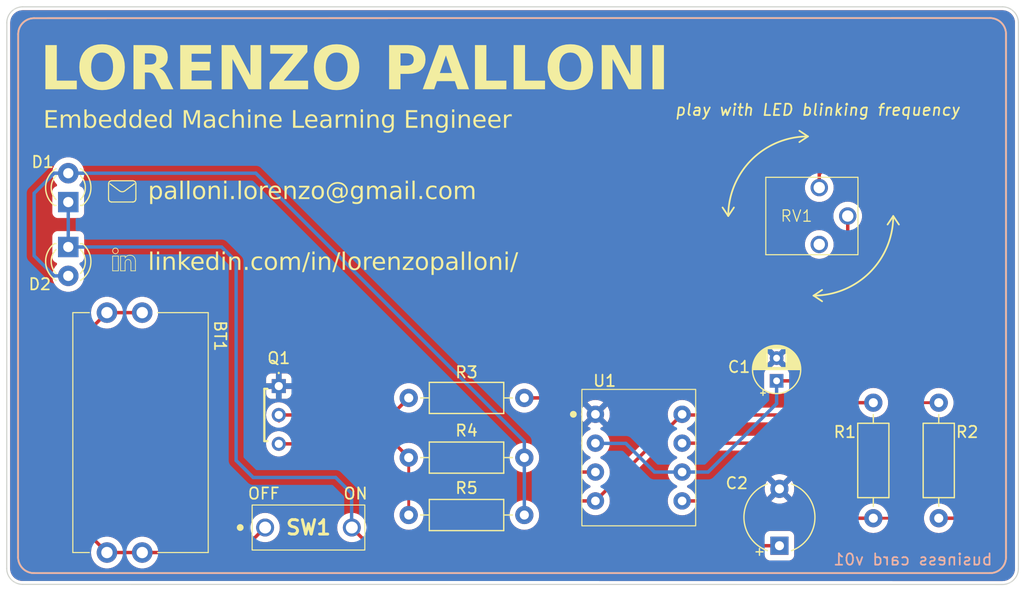
<source format=kicad_pcb>
(kicad_pcb (version 20240108) (generator "pcbnew") (generator_version "8.0")
  (title_block (title "Business Card") (date "2024-06-07") (rev "v01") (comment 2 "https://opensource.org/license/mit") (comment 3 "License: MIT") (comment 4 "Author: Lorenzo Palloni"))
  (layers (0 "F.Cu" signal) (31 "B.Cu" signal) (34 "B.Paste" user) (35 "F.Paste" user) (36 "B.SilkS" user "B.Silkscreen") (37 "F.SilkS" user "F.Silkscreen") (38 "B.Mask" user) (39 "F.Mask" user) (44 "Edge.Cuts" user))
  (net 0 "")
  (net 1 "/THRES{slash}TRIG")
  (net 2 "GND")
  (net 3 "/CONT")
  (net 4 "+3V0")
  (net 5 "Net-(D1-A)")
  (net 6 "Net-(Q1-C)")
  (net 7 "Net-(Q1-B)")
  (net 8 "/DISCH")
  (net 9 "/OUT")
  (net 10 "Net-(R2-Pad1)")
  (net 12 "Net-(BT1-+3V0-Pad2)")
  (footprint "LED_THT:LED_D3.0mm" (layer "F.Cu") (at 112.5 95.775 90)
    (property "Reference" "D1" (at 3.525 -2.25 0) (layer "F.SilkS"))
    (property "Value" "GREEN")
    (fp_line (start -0.29 -1.236) (end -0.29 -1.08) (stroke (width 0.12)) (layer "F.SilkS"))
    (fp_line (start -0.29 1.08) (end -0.29 1.236) (stroke (width 0.12)) (layer "F.SilkS"))
    (fp_arc (start -0.29 -1.235516) (mid 1.366487 -1.987659) (end 2.942335 -1.078608) (stroke (width 0.12)) (layer "F.SilkS"))
    (fp_arc (start 0.229039 -1.08) (mid 1.270117 -1.5) (end 2.31113 -1.079837) (stroke (width 0.12)) (layer "F.SilkS"))
    (fp_arc (start 2.942335 1.078608) (mid 1.366487 1.987659) (end -0.29 1.235516) (stroke (width 0.12)) (layer "F.SilkS"))
    (fp_arc (start 2.31113 1.079837) (mid 1.270117 1.5) (end 0.229039 1.08) (stroke (width 0.12)) (layer "F.SilkS"))
    (pad "1" thru_hole rect (at 0 0 90) (size 1.8 1.8) (drill 0.9) (layers "*.Cu" "*.Mask") (net 4 "+3V0"))
    (pad "2" thru_hole circle (at 2.54 0 90) (size 1.8 1.8) (drill 0.9) (layers "*.Cu" "*.Mask") (net 5 "Net-(D1-A)"))
  )
  (footprint "Capacitor_THT:CP_Radial_D4.0mm_P2.00mm" (layer "F.Cu") (at 174.75 111.5 90)
    (property "Reference" "C1" (at 1.2226 -3.3 180) (layer "F.SilkS"))
    (property "Value" "10uF")
    (fp_line (start 1.04 -2.08) (end 1.04 2.08) (stroke (width 0.12)) (layer "F.SilkS"))
    (fp_line (start 1 -2.08) (end 1 2.08) (stroke (width 0.12)) (layer "F.SilkS"))
    (fp_line (start 1.08 -2.079) (end 1.08 2.079) (stroke (width 0.12)) (layer "F.SilkS"))
    (fp_line (start 1.12 -2.077) (end 1.12 2.077) (stroke (width 0.12)) (layer "F.SilkS"))
    (fp_line (start 1.16 -2.074) (end 1.16 2.074) (stroke (width 0.12)) (layer "F.SilkS"))
    (fp_line (start 1.2 -2.071) (end 1.2 -0.84) (stroke (width 0.12)) (layer "F.SilkS"))
    (fp_line (start 1.24 -2.067) (end 1.24 -0.84) (stroke (width 0.12)) (layer "F.SilkS"))
    (fp_line (start 1.28 -2.062) (end 1.28 -0.84) (stroke (width 0.12)) (layer "F.SilkS"))
    (fp_line (start 1.32 -2.056) (end 1.32 -0.84) (stroke (width 0.12)) (layer "F.SilkS"))
    (fp_line (start 1.36 -2.05) (end 1.36 -0.84) (stroke (width 0.12)) (layer "F.SilkS"))
    (fp_line (start 1.4 -2.042) (end 1.4 -0.84) (stroke (width 0.12)) (layer "F.SilkS"))
    (fp_line (start 1.44 -2.034) (end 1.44 -0.84) (stroke (width 0.12)) (layer "F.SilkS"))
    (fp_line (start 1.48 -2.025) (end 1.48 -0.84) (stroke (width 0.12)) (layer "F.SilkS"))
    (fp_line (start 1.52 -2.016) (end 1.52 -0.84) (stroke (width 0.12)) (layer "F.SilkS"))
    (fp_line (start 1.56 -2.005) (end 1.56 -0.84) (stroke (width 0.12)) (layer "F.SilkS"))
    (fp_line (start 1.6 -1.994) (end 1.6 -0.84) (stroke (width 0.12)) (layer "F.SilkS"))
    (fp_line (start 1.64 -1.982) (end 1.64 -0.84) (stroke (width 0.12)) (layer "F.SilkS"))
    (fp_line (start 1.68 -1.968) (end 1.68 -0.84) (stroke (width 0.12)) (layer "F.SilkS"))
    (fp_line (start 1.721 -1.954) (end 1.721 -0.84) (stroke (width 0.12)) (layer "F.SilkS"))
    (fp_line (start 1.761 -1.94) (end 1.761 -0.84) (stroke (width 0.12)) (layer "F.SilkS"))
    (fp_line (start 1.801 -1.924) (end 1.801 -0.84) (stroke (width 0.12)) (layer "F.SilkS"))
    (fp_line (start 1.841 -1.907) (end 1.841 -0.84) (stroke (width 0.12)) (layer "F.SilkS"))
    (fp_line (start 1.881 -1.889) (end 1.881 -0.84) (stroke (width 0.12)) (layer "F.SilkS"))
    (fp_line (start 1.921 -1.87) (end 1.921 -0.84) (stroke (width 0.12)) (layer "F.SilkS"))
    (fp_line (start 1.961 -1.851) (end 1.961 -0.84) (stroke (width 0.12)) (layer "F.SilkS"))
    (fp_line (start 2.001 -1.83) (end 2.001 -0.84) (stroke (width 0.12)) (layer "F.SilkS"))
    (fp_line (start 2.041 -1.808) (end 2.041 -0.84) (stroke (width 0.12)) (layer "F.SilkS"))
    (fp_line (start 2.081 -1.785) (end 2.081 -0.84) (stroke (width 0.12)) (layer "F.SilkS"))
    (fp_line (start 2.121 -1.76) (end 2.121 -0.84) (stroke (width 0.12)) (layer "F.SilkS"))
    (fp_line (start 2.161 -1.735) (end 2.161 -0.84) (stroke (width 0.12)) (layer "F.SilkS"))
    (fp_line (start 2.201 -1.708) (end 2.201 -0.84) (stroke (width 0.12)) (layer "F.SilkS"))
    (fp_line (start 2.241 -1.68) (end 2.241 -0.84) (stroke (width 0.12)) (layer "F.SilkS"))
    (fp_line (start 2.281 -1.65) (end 2.281 -0.84) (stroke (width 0.12)) (layer "F.SilkS"))
    (fp_line (start 2.321 -1.619) (end 2.321 -0.84) (stroke (width 0.12)) (layer "F.SilkS"))
    (fp_line (start 2.361 -1.587) (end 2.361 -0.84) (stroke (width 0.12)) (layer "F.SilkS"))
    (fp_line (start 2.401 -1.552) (end 2.401 -0.84) (stroke (width 0.12)) (layer "F.SilkS"))
    (fp_line (start 2.441 -1.516) (end 2.441 -0.84) (stroke (width 0.12)) (layer "F.SilkS"))
    (fp_line (start 2.481 -1.478) (end 2.481 -0.84) (stroke (width 0.12)) (layer "F.SilkS"))
    (fp_line (start 2.521 -1.438) (end 2.521 -0.84) (stroke (width 0.12)) (layer "F.SilkS"))
    (fp_line (start 2.561 -1.396) (end 2.561 -0.84) (stroke (width 0.12)) (layer "F.SilkS"))
    (fp_line (start -1.069801 -1.395) (end -1.069801 -0.995) (stroke (width 0.12)) (layer "F.SilkS"))
    (fp_line (start 2.601 -1.351) (end 2.601 -0.84) (stroke (width 0.12)) (layer "F.SilkS"))
    (fp_line (start 2.641 -1.304) (end 2.641 -0.84) (stroke (width 0.12)) (layer "F.SilkS"))
    (fp_line (start 2.681 -1.254) (end 2.681 -0.84) (stroke (width 0.12)) (layer "F.SilkS"))
    (fp_line (start 2.721 -1.2) (end 2.721 -0.84) (stroke (width 0.12)) (layer "F.SilkS"))
    (fp_line (start -1.269801 -1.195) (end -0.869801 -1.195) (stroke (width 0.12)) (layer "F.SilkS"))
    (fp_line (start 2.761 -1.142) (end 2.761 -0.84) (stroke (width 0.12)) (layer "F.SilkS"))
    (fp_line (start 2.801 -1.08) (end 2.801 -0.84) (stroke (width 0.12)) (layer "F.SilkS"))
    (fp_line (start 2.841 -1.013) (end 2.841 1.013) (stroke (width 0.12)) (layer "F.SilkS"))
    (fp_line (start 2.881 -0.94) (end 2.881 0.94) (stroke (width 0.12)) (layer "F.SilkS"))
    (fp_line (start 2.921 -0.859) (end 2.921 0.859) (stroke (width 0.12)) (layer "F.SilkS"))
    (fp_line (start 2.961 -0.768) (end 2.961 0.768) (stroke (width 0.12)) (layer "F.SilkS"))
    (fp_line (start 3.001 -0.664) (end 3.001 0.664) (stroke (width 0.12)) (layer "F.SilkS"))
    (fp_line (start 3.041 -0.537) (end 3.041 0.537) (stroke (width 0.12)) (layer "F.SilkS"))
    (fp_line (start 3.081 -0.37) (end 3.081 0.37) (stroke (width 0.12)) (layer "F.SilkS"))
    (fp_line (start 2.801 0.84) (end 2.801 1.08) (stroke (width 0.12)) (layer "F.SilkS"))
    (fp_line (start 2.761 0.84) (end 2.761 1.142) (stroke (width 0.12)) (layer "F.SilkS"))
    (fp_line (start 2.721 0.84) (end 2.721 1.2) (stroke (width 0.12)) (layer "F.SilkS"))
    (fp_line (start 2.681 0.84) (end 2.681 1.254) (stroke (width 0.12)) (layer "F.SilkS"))
    (fp_line (start 2.641 0.84) (end 2.641 1.304) (stroke (width 0.12)) (layer "F.SilkS"))
    (fp_line (start 2.601 0.84) (end 2.601 1.351) (stroke (width 0.12)) (layer "F.SilkS"))
    (fp_line (start 2.561 0.84) (end 2.561 1.396) (stroke (width 0.12)) (layer "F.SilkS"))
    (fp_line (start 2.521 0.84) (end 2.521 1.438) (stroke (width 0.12)) (layer "F.SilkS"))
    (fp_line (start 2.481 0.84) (end 2.481 1.478) (stroke (width 0.12)) (layer "F.SilkS"))
    (fp_line (start 2.441 0.84) (end 2.441 1.516) (stroke (width 0.12)) (layer "F.SilkS"))
    (fp_line (start 2.401 0.84) (end 2.401 1.552) (stroke (width 0.12)) (layer "F.SilkS"))
    (fp_line (start 2.361 0.84) (end 2.361 1.587) (stroke (width 0.12)) (layer "F.SilkS"))
    (fp_line (start 2.321 0.84) (end 2.321 1.619) (stroke (width 0.12)) (layer "F.SilkS"))
    (fp_line (start 2.281 0.84) (end 2.281 1.65) (stroke (width 0.12)) (layer "F.SilkS"))
    (fp_line (start 2.241 0.84) (end 2.241 1.68) (stroke (width 0.12)) (layer "F.SilkS"))
    (fp_line (start 2.201 0.84) (end 2.201 1.708) (stroke (width 0.12)) (layer "F.SilkS"))
    (fp_line (start 2.161 0.84) (end 2.161 1.735) (stroke (width 0.12)) (layer "F.SilkS"))
    (fp_line (start 2.121 0.84) (end 2.121 1.76) (stroke (width 0.12)) (layer "F.SilkS"))
    (fp_line (start 2.081 0.84) (end 2.081 1.785) (stroke (width 0.12)) (layer "F.SilkS"))
    (fp_line (start 2.041 0.84) (end 2.041 1.808) (stroke (width 0.12)) (layer "F.SilkS"))
    (fp_line (start 2.001 0.84) (end 2.001 1.83) (stroke (width 0.12)) (layer "F.SilkS"))
    (fp_line (start 1.961 0.84) (end 1.961 1.851) (stroke (width 0.12)) (layer "F.SilkS"))
    (fp_line (start 1.921 0.84) (end 1.921 1.87) (stroke (width 0.12)) (layer "F.SilkS"))
    (fp_line (start 1.881 0.84) (end 1.881 1.889) (stroke (width 0.12)) (layer "F.SilkS"))
    (fp_line (start 1.841 0.84) (end 1.841 1.907) (stroke (width 0.12)) (layer "F.SilkS"))
    (fp_line (start 1.801 0.84) (end 1.801 1.924) (stroke (width 0.12)) (layer "F.SilkS"))
    (fp_line (start 1.761 0.84) (end 1.761 1.94) (stroke (width 0.12)) (layer "F.SilkS"))
    (fp_line (start 1.721 0.84) (end 1.721 1.954) (stroke (width 0.12)) (layer "F.SilkS"))
    (fp_line (start 1.68 0.84) (end 1.68 1.968) (stroke (width 0.12)) (layer "F.SilkS"))
    (fp_line (start 1.64 0.84) (end 1.64 1.982) (stroke (width 0.12)) (layer "F.SilkS"))
    (fp_line (start 1.6 0.84) (end 1.6 1.994) (stroke (width 0.12)) (layer "F.SilkS"))
    (fp_line (start 1.56 0.84) (end 1.56 2.005) (stroke (width 0.12)) (layer "F.SilkS"))
    (fp_line (start 1.52 0.84) (end 1.52 2.016) (stroke (width 0.12)) (layer "F.SilkS"))
    (fp_line (start 1.48 0.84) (end 1.48 2.025) (stroke (width 0.12)) (layer "F.SilkS"))
    (fp_line (start 1.44 0.84) (end 1.44 2.034) (stroke (width 0.12)) (layer "F.SilkS"))
    (fp_line (start 1.4 0.84) (end 1.4 2.042) (stroke (width 0.12)) (layer "F.SilkS"))
    (fp_line (start 1.36 0.84) (end 1.36 2.05) (stroke (width 0.12)) (layer "F.SilkS"))
    (fp_line (start 1.32 0.84) (end 1.32 2.056) (stroke (width 0.12)) (layer "F.SilkS"))
    (fp_line (start 1.28 0.84) (end 1.28 2.062) (stroke (width 0.12)) (layer "F.SilkS"))
    (fp_line (start 1.24 0.84) (end 1.24 2.067) (stroke (width 0.12)) (layer "F.SilkS"))
    (fp_line (start 1.2 0.84) (end 1.2 2.071) (stroke (width 0.12)) (layer "F.SilkS"))
    (fp_circle (center 1 0) (end 3.12 0) (stroke (width 0.12)) (fill none) (layer "F.SilkS"))
    (pad "1" thru_hole rect (at 0 0 90) (size 1.2 1.2) (drill 0.6) (layers "*.Cu" "*.Mask") (net 1 "/THRES{slash}TRIG"))
    (pad "2" thru_hole circle (at 2 0 90) (size 1.2 1.2) (drill 0.6) (layers "*.Cu" "*.Mask") (net 2 "GND"))
  )
  (footprint "Capacitor_THT:CP_Radial_Tantal_D6.0mm_P5.00mm" (layer "F.Cu") (at 175 126 90)
    (property "Reference" "C2" (at 5.5 -3.75 0) (layer "F.SilkS"))
    (property "Value" "10nF")
    (fp_line (start -0.539749 -2.055) (end -0.539749 -1.455) (stroke (width 0.12)) (layer "F.SilkS"))
    (fp_line (start -0.839749 -1.755) (end -0.239749 -1.755) (stroke (width 0.12)) (layer "F.SilkS"))
    (fp_arc (start -0.434416 -1.06) (mid 2.5 -3.12) (end 5.434416 -1.06) (stroke (width 0.12)) (layer "F.SilkS"))
    (fp_arc (start 5.434416 1.06) (mid 2.5 3.12) (end -0.434416 1.06) (stroke (width 0.12)) (layer "F.SilkS"))
    (pad "1" thru_hole rect (at 0 0 90) (size 1.6 1.6) (drill 0.8) (layers "*.Cu" "*.Mask") (net 3 "/CONT"))
    (pad "2" thru_hole circle (at 5 0 90) (size 1.6 1.6) (drill 0.8) (layers "*.Cu" "*.Mask") (net 2 "GND"))
  )
  (footprint "Resistor_THT:R_Axial_DIN0207_L6.3mm_D2.5mm_P10.16mm_Horizontal" (layer "F.Cu") (at 183.25 113.42 -90)
    (property "Reference" "R1" (at 2.58 2.5 180) (layer "F.SilkS"))
    (property "Value" "10K")
    (fp_line (start 1.81 1.37) (end 8.35 1.37) (stroke (width 0.12)) (layer "F.SilkS"))
    (fp_line (start 8.35 1.37) (end 8.35 -1.37) (stroke (width 0.12)) (layer "F.SilkS"))
    (fp_line (start 1.04 0) (end 1.81 0) (stroke (width 0.12)) (layer "F.SilkS"))
    (fp_line (start 9.12 0) (end 8.35 0) (stroke (width 0.12)) (layer "F.SilkS"))
    (fp_line (start 1.81 -1.37) (end 1.81 1.37) (stroke (width 0.12)) (layer "F.SilkS"))
    (fp_line (start 8.35 -1.37) (end 1.81 -1.37) (stroke (width 0.12)) (layer "F.SilkS"))
    (pad "1" thru_hole circle (at 0 0 270) (size 1.6 1.6) (drill 0.8) (layers "*.Cu" "*.Mask") (net 4 "+3V0"))
    (pad "2" thru_hole oval (at 10.16 0 270) (size 1.6 1.6) (drill 0.8) (layers "*.Cu" "*.Mask") (net 8 "/DISCH"))
  )
  (footprint "naive-business-card:BAT-HLD-001-THM" (layer "F.Cu") (at 118.85 116.05 -90)
    (property "Reference" "BT1" (at -8.5 -7 -90) (layer "F.SilkS"))
    (property "Value" "BAT-HLD-001-THM")
    (fp_line (start -10.55 5.95) (end 10.55 5.95) (stroke (width 0.1)) (layer "F.SilkS"))
    (fp_line (start -10.55 4.5) (end -10.55 5.95) (stroke (width 0.1)) (layer "F.SilkS"))
    (fp_line (start 10.55 4.5) (end 10.55 5.95) (stroke (width 0.1)) (layer "F.SilkS"))
    (fp_line (start -10.55 -5.95) (end -10.55 -1.5) (stroke (width 0.1)) (layer "F.SilkS"))
    (fp_line (start -10.55 -5.95) (end 10.55 -5.95) (stroke (width 0.1)) (layer "F.SilkS"))
    (fp_line (start 10.55 -5.95) (end 10.55 -1.5) (stroke (width 0.1)) (layer "F.SilkS"))
    (pad "1" smd circle (at 0 0 270) (size 10 10) (layers "F.Cu" "F.Paste" "F.Mask") (net 2 "GND"))
    (pad "2" thru_hole circle (at -10.55 -0.15 270) (size 1.8 1.8) (drill 1) (layers "*.Cu" "*.Mask") (net 12 "Net-(BT1-+3V0-Pad2)"))
    (pad "3" thru_hole circle (at -10.55 2.95 270) (size 1.8 1.8) (drill 1) (layers "*.Cu" "*.Mask") (net 12 "Net-(BT1-+3V0-Pad2)"))
    (pad "4" thru_hole circle (at 10.55 -0.15 270) (size 1.8 1.8) (drill 1) (layers "*.Cu" "*.Mask") (net 12 "Net-(BT1-+3V0-Pad2)"))
    (pad "5" thru_hole circle (at 10.55 2.95 270) (size 1.8 1.8) (drill 1) (layers "*.Cu" "*.Mask") (net 12 "Net-(BT1-+3V0-Pad2)"))
  )
  (footprint "Resistor_THT:R_Axial_DIN0207_L6.3mm_D2.5mm_P10.16mm_Horizontal" (layer "F.Cu") (at 142.42 123.3)
    (property "Reference" "R5" (at 5.08 -2.37 0) (layer "F.SilkS"))
    (property "Value" "100R")
    (fp_line (start 1.04 0) (end 1.81 0) (stroke (width 0.12)) (layer "F.SilkS"))
    (fp_line (start 1.81 -1.37) (end 1.81 1.37) (stroke (width 0.12)) (layer "F.SilkS"))
    (fp_line (start 1.81 1.37) (end 8.35 1.37) (stroke (width 0.12)) (layer "F.SilkS"))
    (fp_line (start 8.35 -1.37) (end 1.81 -1.37) (stroke (width 0.12)) (layer "F.SilkS"))
    (fp_line (start 8.35 1.37) (end 8.35 -1.37) (stroke (width 0.12)) (layer "F.SilkS"))
    (fp_line (start 9.12 0) (end 8.35 0) (stroke (width 0.12)) (layer "F.SilkS"))
    (pad "1" thru_hole circle (at 0 0) (size 1.6 1.6) (drill 0.8) (layers "*.Cu" "*.Mask") (net 6 "Net-(Q1-C)"))
    (pad "2" thru_hole oval (at 10.16 0) (size 1.6 1.6) (drill 0.8) (layers "*.Cu" "*.Mask") (net 5 "Net-(D1-A)"))
  )
  (footprint "LED_THT:LED_D3.0mm" (layer "F.Cu") (at 112.5 99.725 -90)
    (property "Reference" "D2" (at 3.275 2.5 0) (layer "F.SilkS"))
    (property "Value" "GREEN")
    (fp_line (start -0.29 1.08) (end -0.29 1.236) (stroke (width 0.12)) (layer "F.SilkS"))
    (fp_line (start -0.29 -1.236) (end -0.29 -1.08) (stroke (width 0.12)) (layer "F.SilkS"))
    (fp_arc (start 2.31113 1.079837) (mid 1.270117 1.5) (end 0.229039 1.08) (stroke (width 0.12)) (layer "F.SilkS"))
    (fp_arc (start 2.942335 1.078608) (mid 1.366487 1.987659) (end -0.29 1.235516) (stroke (width 0.12)) (layer "F.SilkS"))
    (fp_arc (start 0.229039 -1.08) (mid 1.270117 -1.5) (end 2.31113 -1.079837) (stroke (width 0.12)) (layer "F.SilkS"))
    (fp_arc (start -0.29 -1.235516) (mid 1.366487 -1.987659) (end 2.942335 -1.078608) (stroke (width 0.12)) (layer "F.SilkS"))
    (pad "1" thru_hole rect (at 0 0 270) (size 1.8 1.8) (drill 0.9) (layers "*.Cu" "*.Mask") (net 4 "+3V0"))
    (pad "2" thru_hole circle (at 2.54 0 270) (size 1.8 1.8) (drill 0.9) (layers "*.Cu" "*.Mask") (net 5 "Net-(D1-A)"))
  )
  (footprint "naive-business-card:2N3904" (layer "F.Cu") (at 131 111.96 -90)
    (property "Reference" "Q1" (at -2.46 0 0) (layer "F.SilkS"))
    (property "Value" "2N3904" (hide yes))
    (fp_line (start 0.24 1.27) (end 4.84 1.27) (stroke (width 0.2)) (layer "F.SilkS"))
    (fp_line (start 4.84 1.27) (end 4.84 1) (stroke (width 0.2)) (layer "F.SilkS"))
    (fp_line (start 0.24 1) (end 0.24 1.27) (stroke (width 0.2)) (layer "F.SilkS"))
    (fp_line (start -1.2 0) (end -1.2 0) (stroke (width 0.1)) (layer "F.SilkS"))
    (fp_line (start -1.1 0) (end -1.1 0) (stroke (width 0.1)) (layer "F.SilkS"))
    (fp_arc (start -1.2 0) (mid -1.15 -0.05) (end -1.1 0) (stroke (width 0.1)) (layer "F.SilkS"))
    (fp_arc (start -1.1 0) (mid -1.15 0.05) (end -1.2 0) (stroke (width 0.1)) (layer "F.SilkS"))
    (pad "1" thru_hole rect (at 0 0 270) (size 1.234 1.234) (drill 0.72) (layers "*.Cu" "*.Mask") (net 2 "GND"))
    (pad "2" thru_hole circle (at 2.54 0 270) (size 1.234 1.234) (drill 0.72) (layers "*.Cu" "*.Mask") (net 7 "Net-(Q1-B)"))
    (pad "3" thru_hole circle (at 5.08 0 270) (size 1.234 1.234) (drill 0.72) (layers "*.Cu" "*.Mask") (net 6 "Net-(Q1-C)"))
  )
  (footprint "naive-business-card:DS01-254-S-01BE" (layer "F.Cu") (at 133.61 124.4 -90)
    (property "Reference" "SW1" (at 0 0 180) (layer "F.SilkS") (effects (font (size 1.27 1.27) (thickness 0.254))))
    (property "Value" "DS01-254-S-01BE" (hide yes))
    (fp_rect (start -1.98 -4.95) (end 1.98 4.95) (stroke (width 0.1)) (fill none) (layer "F.SilkS"))
    (fp_circle (center 0 6) (end 0.25 6) (stroke (width 0.1)) (fill solid) (layer "F.SilkS"))
    (pad "1" thru_hole circle (at 0 3.81 270) (size 1.575 1.575) (drill 1.05) (layers "*.Cu" "*.Mask") (net 12 "Net-(BT1-+3V0-Pad2)"))
    (pad "2" thru_hole circle (at 0 -3.81 270) (size 1.575 1.575) (drill 1.05) (layers "*.Cu" "*.Mask") (net 4 "+3V0"))
  )
  (footprint "naive-business-card:TLC555IP" (layer "F.Cu") (at 162.6375 118.25 -90)
    (property "Reference" "U1" (at -6.75 3 0) (layer "F.SilkS"))
    (property "Value" "TLC555IP")
    (fp_rect (start -6 -5) (end 6 5) (stroke (width 0.1)) (fill none) (layer "F.SilkS"))
    (fp_circle (center -3.81 5.75) (end -3.56 5.75) (stroke (width 0.1)) (fill solid) (layer "F.SilkS"))
    (pad "1" thru_hole circle (at -3.81 3.81 270) (size 1.524 1.524) (drill 0.762) (layers "*.Cu" "*.Mask") (net 2 "GND"))
    (pad "2" thru_hole circle (at -1.27 3.81 270) (size 1.524 1.524) (drill 0.762) (layers "*.Cu" "*.Mask") (net 1 "/THRES{slash}TRIG"))
    (pad "3" thru_hole circle (at 1.27 3.81 270) (size 1.524 1.524) (drill 0.762) (layers "*.Cu" "*.Mask") (net 9 "/OUT"))
    (pad "4" thru_hole circle (at 3.81 3.81 270) (size 1.524 1.524) (drill 0.762) (layers "*.Cu" "*.Mask") (net 4 "+3V0"))
    (pad "5" thru_hole circle (at 3.81 -3.81 270) (size 1.524 1.524) (drill 0.762) (layers "*.Cu" "*.Mask") (net 3 "/CONT"))
    (pad "6" thru_hole circle (at 1.27 -3.81 270) (size 1.524 1.524) (drill 0.762) (layers "*.Cu" "*.Mask") (net 1 "/THRES{slash}TRIG"))
    (pad "7" thru_hole circle (at -1.27 -3.81 270) (size 1.524 1.524) (drill 0.762) (layers "*.Cu" "*.Mask") (net 8 "/DISCH"))
    (pad "8" thru_hole circle (at -3.81 -3.81 270) (size 1.524 1.524) (drill 0.762) (layers "*.Cu" "*.Mask") (net 4 "+3V0"))
  )
  (footprint "Resistor_THT:R_Axial_DIN0207_L6.3mm_D2.5mm_P10.16mm_Horizontal" (layer "F.Cu") (at 142.42 118.25)
    (property "Reference" "R4" (at 5.08 -2.37 0) (layer "F.SilkS"))
    (property "Value" "100R")
    (fp_line (start 1.04 0) (end 1.81 0) (stroke (width 0.12)) (layer "F.SilkS"))
    (fp_line (start 1.81 -1.37) (end 1.81 1.37) (stroke (width 0.12)) (layer "F.SilkS"))
    (fp_line (start 1.81 1.37) (end 8.35 1.37) (stroke (width 0.12)) (layer "F.SilkS"))
    (fp_line (start 8.35 -1.37) (end 1.81 -1.37) (stroke (width 0.12)) (layer "F.SilkS"))
    (fp_line (start 8.35 1.37) (end 8.35 -1.37) (stroke (width 0.12)) (layer "F.SilkS"))
    (fp_line (start 9.12 0) (end 8.35 0) (stroke (width 0.12)) (layer "F.SilkS"))
    (pad "1" thru_hole circle (at 0 0) (size 1.6 1.6) (drill 0.8) (layers "*.Cu" "*.Mask") (net 6 "Net-(Q1-C)"))
    (pad "2" thru_hole oval (at 10.16 0) (size 1.6 1.6) (drill 0.8) (layers "*.Cu" "*.Mask") (net 5 "Net-(D1-A)"))
  )
  (footprint "Resistor_THT:R_Axial_DIN0207_L6.3mm_D2.5mm_P10.16mm_Horizontal" (layer "F.Cu") (at 152.58 113 180)
    (property "Reference" "R3" (at 5.08 2.25 0) (layer "F.SilkS"))
    (property "Value" "1K")
    (fp_line (start 9.12 0) (end 8.35 0) (stroke (width 0.12)) (layer "F.SilkS"))
    (fp_line (start 8.35 1.37) (end 8.35 -1.37) (stroke (width 0.12)) (layer "F.SilkS"))
    (fp_line (start 8.35 -1.37) (end 1.81 -1.37) (stroke (width 0.12)) (layer "F.SilkS"))
    (fp_line (start 1.81 1.37) (end 8.35 1.37) (stroke (width 0.12)) (layer "F.SilkS"))
    (fp_line (start 1.81 -1.37) (end 1.81 1.37) (stroke (width 0.12)) (layer "F.SilkS"))
    (fp_line (start 1.04 0) (end 1.81 0) (stroke (width 0.12)) (layer "F.SilkS"))
    (pad "1" thru_hole circle (at 0 0 180) (size 1.6 1.6) (drill 0.8) (layers "*.Cu" "*.Mask") (net 9 "/OUT"))
    (pad "2" thru_hole oval (at 10.16 0 180) (size 1.6 1.6) (drill 0.8) (layers "*.Cu" "*.Mask") (net 7 "Net-(Q1-B)"))
  )
  (footprint "naive-business-card:3306P-1-504" (layer "F.Cu") (at 178.5 97 -90)
    (property "Reference" "RV1" (at 0 2 0) (layer "F.SilkS") (effects (font (thickness 0.1))))
    (property "Value" "500K")
    (fp_line (start -3.405 4.7) (end 3.405 4.7) (stroke (width 0.1)) (layer "F.SilkS"))
    (fp_line (start -3.405 -3.4) (end -3.405 4.7) (stroke (width 0.1)) (layer "F.SilkS"))
    (fp_line (start -3.405 -3.4) (end 3.405 -3.4) (stroke (width 0.1)) (layer "F.SilkS"))
    (fp_line (start 3.405 -3.4) (end 3.405 4.7) (stroke (width 0.1)) (layer "F.SilkS"))
    (pad "1" thru_hole circle (at -2.5 0 270) (size 1.524 1.524) (drill 1) (layers "*.Cu" "*.Mask") (net 10 "Net-(R2-Pad1)"))
    (pad "2" thru_hole circle (at 0 -2.5 270) (size 1.524 1.524) (drill 1) (layers "*.Cu" "*.Mask") (net 1 "/THRES{slash}TRIG"))
    (pad "3" thru_hole circle (at 2.5 0 270) (size 1.524 1.524) (drill 1) (layers "*.Cu" "*.Mask"))
  )
  (footprint "Resistor_THT:R_Axial_DIN0207_L6.3mm_D2.5mm_P10.16mm_Horizontal" (layer "F.Cu") (at 189 123.58 90)
    (property "Reference" "R2" (at 7.58 2.5 180) (layer "F.SilkS"))
    (property "Value" "10K")
    (fp_line (start 8.35 -1.37) (end 1.81 -1.37) (stroke (width 0.12)) (layer "F.SilkS"))
    (fp_line (start 1.81 -1.37) (end 1.81 1.37) (stroke (width 0.12)) (layer "F.SilkS"))
    (fp_line (start 9.12 0) (end 8.35 0) (stroke (width 0.12)) (layer "F.SilkS"))
    (fp_line (start 1.04 0) (end 1.81 0) (stroke (width 0.12)) (layer "F.SilkS"))
    (fp_line (start 8.35 1.37) (end 8.35 -1.37) (stroke (width 0.12)) (layer "F.SilkS"))
    (fp_line (start 1.81 1.37) (end 8.35 1.37) (stroke (width 0.12)) (layer "F.SilkS"))
    (pad "1" thru_hole circle (at 0 0 90) (size 1.6 1.6) (drill 0.8) (layers "*.Cu" "*.Mask") (net 10 "Net-(R2-Pad1)"))
    (pad "2" thru_hole oval (at 10.16 0 90) (size 1.6 1.6) (drill 0.8) (layers "*.Cu" "*.Mask") (net 8 "/DISCH"))
  )
  (gr_line (start 194.910051 80.989949) (end 194.910051 127.010051) (stroke (width 0.15)) (layer "B.SilkS"))
  (gr_line (start 109.5 79.6) (end 193.510051 79.589949) (stroke (width 0.15)) (layer "B.SilkS"))
  (gr_arc (start 108.1 81) (mid 108.510051 80.010051) (end 109.5 79.6) (stroke (width 0.15)) (layer "B.SilkS"))
  (gr_arc (start 193.510051 79.589949) (mid 194.499993 80.000007) (end 194.910051 80.989949) (stroke (width 0.15)) (layer "B.SilkS"))
  (gr_line (start 108.1 81) (end 108.089561 127.010051) (stroke (width 0.15)) (layer "B.SilkS"))
  (gr_line (start 109.489949 128.410051) (end 193.510051 128.410051) (stroke (width 0.15)) (layer "B.SilkS"))
  (gr_arc (start 109.489949 128.410051) (mid 108.500014 127.999986) (end 108.089949 127.010051) (stroke (width 0.15)) (layer "B.SilkS"))
  (gr_arc (start 194.910051 127.010051) (mid 194.5 128) (end 193.510051 128.410051) (stroke (width 0.15)) (layer "B.SilkS"))
  (gr_line (start 118.4 100.9779) (end 118.4 101.8221) (stroke (width 0.0635)) (layer "F.SilkS"))
  (gr_line (start 117.5 101.8221) (end 117.1 101.8221) (stroke (width 0.0635)) (layer "F.SilkS"))
  (gr_curve (pts (xy 116.6442 100.3142) (xy 116.5093 100.3142) (xy 116.4 100.204) (xy 116.4 100.0681)) (stroke (width 0.0635)) (layer "F.SilkS"))
  (gr_curve (pts (xy 117.7634 100.8231) (xy 117.5981 100.8231) (xy 117.5 100.9347) (xy 117.5 101.1222)) (stroke (width 0.0635)) (layer "F.SilkS"))
  (gr_curve (pts (xy 116.6442 99.8221) (xy 116.779 99.8221) (xy 116.8883 99.9323) (xy 116.8883 100.0681)) (stroke (width 0.0635)) (layer "F.SilkS"))
  (gr_arc (start 108.1 81) (mid 108.510051 80.010051) (end 109.5 79.6) (stroke (width 0.15)) (layer "F.SilkS"))
  (gr_curve (pts (xy 116.118105 95.688561) (xy 116.068095 95.638552) (xy 116.04 95.570724) (xy 116.04 95.5)) (stroke (width 0.1016)) (layer "F.SilkS"))
  (gr_line (start 185 97) (end 185.5 97.75) (stroke (width 0.15)) (layer "F.SilkS"))
  (gr_curve (pts (xy 117.5 100.6683) (xy 117.5 100.6683) (xy 117.6255 100.4481) (xy 117.9083 100.4481)) (stroke (width 0.0635)) (layer "F.SilkS"))
  (gr_curve (pts (xy 118.361895 95.688561) (xy 118.311885 95.738571) (xy 118.244058 95.766666) (xy 118.173333 95.766666)) (stroke (width 0.1016)) (layer "F.SilkS"))
  (gr_line (start 109.489949 128.410051) (end 193.510051 128.410051) (stroke (width 0.15)) (layer "F.SilkS"))
  (gr_curve (pts (xy 116.04 94.166666) (xy 116.04 94.095942) (xy 116.068095 94.028114) (xy 116.118105 93.978105)) (stroke (width 0.1016)) (layer "F.SilkS"))
  (gr_line (start 117.48 94.786666) (end 118.306667 94.166666) (stroke (width 0.1016)) (layer "F.SilkS"))
  (gr_line (start 117.5 100.5221) (end 117.5 100.6683) (stroke (width 0.0635)) (layer "F.SilkS"))
  (gr_line (start 117.1 101.8221) (end 117.1 100.5221) (stroke (width 0.0635)) (layer "F.SilkS"))
  (gr_line (start 116.4 100.5221) (end 116.4 101.8221) (stroke (width 0.0635)) (layer "F.SilkS"))
  (gr_line (start 108.1 81) (end 108.089949 127.010051) (stroke (width 0.15)) (layer "F.SilkS"))
  (gr_line (start 116.04 95.5) (end 116.04 94.166666) (stroke (width 0.1016)) (layer "F.SilkS"))
  (gr_curve (pts (xy 117 94.786666) (xy 117.142227 94.893333) (xy 117.337773 94.893333) (xy 117.48 94.786666)) (stroke (width 0.1016)) (layer "F.SilkS"))
  (gr_curve (pts (xy 116.118105 93.978105) (xy 116.168115 93.928095) (xy 116.235942 93.9) (xy 116.306667 93.9)) (stroke (width 0.1016)) (layer "F.SilkS"))
  (gr_line (start 177.5 90) (end 176.75 90.5) (stroke (width 0.15)) (layer "F.SilkS"))
  (gr_arc (start 194.910051 127.010051) (mid 194.499975 127.99996) (end 193.510051 128.410051) (stroke (width 0.15)) (layer "F.SilkS"))
  (gr_curve (pts (xy 118 101.1222) (xy 118 100.9302) (xy 117.9153 100.8231) (xy 117.7634 100.8231)) (stroke (width 0.0635)) (layer "F.SilkS"))
  (gr_line (start 178 104) (end 178.75 103.5) (stroke (width 0.15)) (layer "F.SilkS"))
  (gr_line (start 116.306667 93.9) (end 118.173333 93.9) (stroke (width 0.1016)) (layer "F.SilkS"))
  (gr_line (start 118.4 101.8221) (end 118 101.8221) (stroke (width 0.0635)) (layer "F.SilkS"))
  (gr_line (start 116.4 101.8221) (end 116.9 101.8221) (stroke (width 0.0635)) (layer "F.SilkS"))
  (gr_line (start 177.5 90) (end 176.75 89.5) (stroke (width 0.15)) (layer "F.SilkS"))
  (gr_line (start 118.44 94.166666) (end 118.44 95.5) (stroke (width 0.1016)) (layer "F.SilkS"))
  (gr_line (start 116.9 100.5221) (end 116.4 100.5221) (stroke (width 0.0635)) (layer "F.SilkS"))
  (gr_line (start 116.173333 94.166673) (end 117 94.786666) (stroke (width 0.1016)) (layer "F.SilkS"))
  (gr_line (start 118.173333 95.766666) (end 116.306667 95.766666) (stroke (width 0.1016)) (layer "F.SilkS"))
  (gr_line (start 170.5 97) (end 170 96.25) (stroke (width 0.15)) (layer "F.SilkS"))
  (gr_curve (pts (xy 118.361895 93.978105) (xy 118.411905 94.028114) (xy 118.44 94.095942) (xy 118.44 94.166666)) (stroke (width 0.1016)) (layer "F.SilkS"))
  (gr_arc (start 109.489949 128.410051) (mid 108.500014 127.999986) (end 108.089949 127.010051) (stroke (width 0.15)) (layer "F.SilkS"))
  (gr_line (start 117.1 100.5221) (end 117.5 100.5221) (stroke (width 0.0635)) (layer "F.SilkS"))
  (gr_line (start 194.910051 80.989949) (end 194.910051 127.010051) (stroke (width 0.15)) (layer "F.SilkS"))
  (gr_curve (pts (xy 118.44 95.5) (xy 118.44 95.570724) (xy 118.411905 95.638552) (xy 118.361895 95.688561)) (stroke (width 0.1016)) (layer "F.SilkS"))
  (gr_arc (start 193.510051 79.589949) (mid 194.499985 80.000014) (end 194.910051 80.989949) (stroke (width 0.15)) (layer "F.SilkS"))
  (gr_line (start 170.5 97) (end 171 96.25) (stroke (width 0.15)) (layer "F.SilkS"))
  (gr_line (start 116.9 101.8221) (end 116.9 100.5221) (stroke (width 0.0635)) (layer "F.SilkS"))
  (gr_curve (pts (xy 118.173333 93.9) (xy 118.244058 93.9) (xy 118.311885 93.928095) (xy 118.361895 93.978105)) (stroke (width 0.1016)) (layer "F.SilkS"))
  (gr_arc (start 170.5 97) (mid 172.550253 92.050253) (end 177.5 90) (stroke (width 0.15)) (layer "F.SilkS"))
  (gr_line (start 118 101.8221) (end 118 101.1222) (stroke (width 0.0635)) (layer "F.SilkS"))
  (gr_line (start 117.5 101.1222) (end 117.5 101.8221) (stroke (width 0.0635)) (layer "F.SilkS"))
  (gr_line (start 178 104) (end 178.75 104.5) (stroke (width 0.15)) (layer "F.SilkS"))
  (gr_curve (pts (xy 116.8883 100.0681) (xy 116.8884 100.204) (xy 116.779 100.3142) (xy 116.6442 100.3142)) (stroke (width 0.0635)) (layer "F.SilkS"))
  (gr_line (start 185 97) (end 184.5 97.75) (stroke (width 0.15)) (layer "F.SilkS"))
  (gr_curve (pts (xy 116.306667 95.766666) (xy 116.235942 95.766666) (xy 116.168115 95.738571) (xy 116.118105 95.688561)) (stroke (width 0.1016)) (layer "F.SilkS"))
  (gr_line (start 109.5 79.6) (end 193.510051 79.589949) (stroke (width 0.15)) (layer "F.SilkS"))
  (gr_arc (start 185 97) (mid 182.949747 101.949747) (end 178 104) (stroke (width 0.15)) (layer "F.SilkS"))
  (gr_curve (pts (xy 116.4 100.0681) (xy 116.4 99.9323) (xy 116.5093 99.8221) (xy 116.6442 99.8221)) (stroke (width 0.0635)) (layer "F.SilkS"))
  (gr_curve (pts (xy 117.9083 100.4481) (xy 118.1912 100.4481) (xy 118.4 100.6207) (xy 118.4 100.9779)) (stroke (width 0.0635)) (layer "F.SilkS"))
  (gr_arc (start 108.489949 129.400051) (mid 107.5 128.99) (end 107.089949 128.000051) (stroke (width 0.1)) (layer "Edge.Cuts"))
  (gr_line (start 107.089949 128.000051) (end 107.1 80) (stroke (width 0.1)) (layer "Edge.Cuts"))
  (gr_line (start 196 128.01) (end 196.000051 79.999949) (stroke (width 0.1)) (layer "Edge.Cuts"))
  (gr_arc (start 107.1 80) (mid 107.510051 79.010051) (end 108.5 78.6) (stroke (width 0.1)) (layer "Edge.Cuts"))
  (gr_arc (start 196 128.01) (mid 195.589949 128.999949) (end 194.6 129.41) (stroke (width 0.1)) (layer "Edge.Cuts"))
  (gr_line (start 108.489949 129.400051) (end 194.6 129.41) (stroke (width 0.1)) (layer "Edge.Cuts"))
  (gr_arc (start 194.600051 78.599949) (mid 195.59 79.01) (end 196.000051 79.999949) (stroke (width 0.1)) (layer "Edge.Cuts"))
  (gr_line (start 108.5 78.6) (end 194.600051 78.599949) (stroke (width 0.1)) (layer "Edge.Cuts"))
  (gr_text "business card v01" (at 193.8 127.8 0) (layer "B.SilkS") (effects (font (size 1 1)) (justify left bottom mirror)))
  (gr_text "ON" (at 136.6 122 0) (layer "F.SilkS") (effects (font (size 1 1)) (justify left bottom)))
  (gr_text "Embedded Machine Learning Engineer" (at 110.3 89.5 0) (layer "F.SilkS") (effects (font (size 1.524 1.524) (thickness 0.238125)) (justify left bottom)))
  (gr_text "OFF" (at 128.2 122 0) (layer "F.SilkS") (effects (font (size 1 1)) (justify left bottom)))
  (gr_text "play with LED blinking frequency" (at 165.75 88.25 0) (layer "F.SilkS") (effects (font (size 1 1) (thickness 0.15) (italic yes)) (justify left bottom)))
  (gr_text "palloni.lorenzo@gmail.com" (at 119.5 95.766666 0) (layer "F.SilkS") (effects (font (size 1.524 1.524) (thickness 0.1905)) (justify left bottom)))
  (gr_text "LORENZO PALLONI" (at 110 86.5 0) (layer "F.SilkS") (effects (font (size 3.81 3.81) (thickness 0.762) (bold yes)) (justify left bottom)))
  (gr_text "linkedin.com/in/lorenzopalloni/" (at 119.5 102 0) (layer "F.SilkS") (effects (font (size 1.524 1.524) (thickness 0.1905)) (justify left bottom)))
  (segment (start 174.75 111.5) (end 179.25 111.5) (width 0.3) (layer "F.Cu") (net 1))
  (segment (start 181 109.75) (end 181 97) (width 0.3) (layer "F.Cu") (net 1))
  (segment (start 179.25 111.5) (end 181 109.75) (width 0.3) (layer "F.Cu") (net 1))
  (segment (start 161.5 117) (end 164.02 119.52) (width 0.3) (layer "B.Cu") (net 1))
  (segment (start 174.75 113.5) (end 174.75 111.9726) (width 0.3) (layer "B.Cu") (net 1))
  (segment (start 158.8475 117) (end 161.5 117) (width 0.3) (layer "B.Cu") (net 1))
  (segment (start 168.73 119.52) (end 174.75 113.5) (width 0.3) (layer "B.Cu") (net 1))
  (segment (start 166.4475 119.52) (end 168.73 119.52) (width 0.3) (layer "B.Cu") (net 1))
  (segment (start 158.8275 116.98) (end 158.8475 117) (width 0.3) (layer "B.Cu") (net 1))
  (segment (start 164.02 119.52) (end 166.4475 119.52) (width 0.3) (layer "B.Cu") (net 1))
  (segment (start 168.56 122.06) (end 172.5 126) (width 0.3) (layer "F.Cu") (net 3))
  (segment (start 172.5 126) (end 174.5 126) (width 0.3) (layer "F.Cu") (net 3))
  (segment (start 166.4475 122.06) (end 168.56 122.06) (width 0.3) (layer "F.Cu") (net 3))
  (segment (start 139.4 126.4) (end 153.1 126.4) (width 0.3) (layer "F.Cu") (net 4))
  (segment (start 166.5075 114.5) (end 179.5 114.5) (width 0.3) (layer "F.Cu") (net 4))
  (segment (start 179.5 114.5) (end 180.58 113.42) (width 0.3) (layer "F.Cu") (net 4))
  (segment (start 157.44 122.06) (end 158.8275 122.06) (width 0.3) (layer "F.Cu") (net 4))
  (segment (start 137.4 124.4) (end 139.4 126.4) (width 0.3) (layer "F.Cu") (net 4))
  (segment (start 153.1 126.4) (end 157.44 122.06) (width 0.3) (layer "F.Cu") (net 4))
  (segment (start 166.4475 114.2475) (end 166.4 114.2) (width 0.3) (layer "F.Cu") (net 4))
  (segment (start 180.58 113.42) (end 183 113.42) (width 0.3) (layer "F.Cu") (net 4))
  (segment (start 166.4475 114.44) (end 166.4475 114.2475) (width 0.3) (layer "F.Cu") (net 4))
  (segment (start 166.4475 114.44) (end 166.5075 114.5) (width 0.3) (layer "F.Cu") (net 4))
  (segment (start 166.4475 114.44) (end 158.8275 122.06) (width 0.3) (layer "F.Cu") (net 4))
  (segment (start 136 120) (end 128.75 120) (width 0.3) (layer "B.Cu") (net 4))
  (segment (start 112.5 95.775) (end 112.5 99.725) (width 0.3) (layer "B.Cu") (net 4))
  (segment (start 112.5 95.775) (end 112.5 96) (width 0.25) (layer "B.Cu") (net 4))
  (segment (start 137.4 124.4) (end 137.4 121.4) (width 0.3) (layer "B.Cu") (net 4))
  (segment (start 127.25 101) (end 125.975 99.725) (width 0.3) (layer "B.Cu") (net 4))
  (segment (start 137.4 124.4) (end 137.4 124.35) (width 0.3) (layer "B.Cu") (net 4))
  (segment (start 137.4 121.4) (end 136 120) (width 0.3) (layer "B.Cu") (net 4))
  (segment (start 128.75 120) (end 127.25 118.5) (width 0.3) (layer "B.Cu") (net 4))
  (segment (start 127.25 118.5) (end 127.25 101) (width 0.3) (layer "B.Cu") (net 4))
  (segment (start 137.4 124.35) (end 137.5 124.25) (width 0.3) (layer "B.Cu") (net 4))
  (segment (start 125.975 99.725) (end 112.5 99.725) (width 0.3) (layer "B.Cu") (net 4))
  (segment (start 109.5 100.5) (end 111.265 102.265) (width 0.3) (layer "B.Cu") (net 5))
  (segment (start 112.5 102.275) (end 112.725 102.5) (width 0.25) (layer "B.Cu") (net 5))
  (segment (start 111.265 93.235) (end 109.5 95) (width 0.3) (layer "B.Cu") (net 5))
  (segment (start 152.58 123) (end 152.58 118.25) (width 0.3) (layer "B.Cu") (net 5))
  (segment (start 152.58 118.25) (end 152.58 116.83) (width 0.3) (layer "B.Cu") (net 5))
  (segment (start 109.5 95) (end 109.5 100.5) (width 0.3) (layer "B.Cu") (net 5))
  (segment (start 128.985 93.235) (end 112.5 93.235) (width 0.3) (layer "B.Cu") (net 5))
  (segment (start 112.5 93.235) (end 111.265 93.235) (width 0.3) (layer "B.Cu") (net 5))
  (segment (start 111.265 102.265) (end 112.5 102.265) (width 0.3) (layer "B.Cu") (net 5))
  (segment (start 152.58 116.83) (end 128.985 93.235) (width 0.3) (layer "B.Cu") (net 5))
  (segment (start 131 117.04) (end 141.21 117.04) (width 0.3) (layer "F.Cu") (net 6))
  (segment (start 142.42 123.3) (end 142.42 123) (width 0.3) (layer "F.Cu") (net 6))
  (segment (start 142.42 118.25) (end 142.42 123.3) (width 0.25) (layer "F.Cu") (net 6))
  (segment (start 141.21 117.04) (end 142.42 118.25) (width 0.3) (layer "F.Cu") (net 6))
  (segment (start 131 114.5) (end 131.25 114.25) (width 0.3) (layer "F.Cu") (net 7))
  (segment (start 140.92 114.5) (end 142.42 113) (width 0.3) (layer "F.Cu") (net 7))
  (segment (start 131 114.5) (end 140.92 114.5) (width 0.3) (layer "F.Cu") (net 7))
  (segment (start 131.02 115.02) (end 131 115) (width 0.3) (layer "F.Cu") (net 7))
  (segment (start 131 114.5) (end 131 114.25) (width 0.25) (layer "F.Cu") (net 7))
  (segment (start 180 122.5) (end 181.08 123.58) (width 0.3) (layer "F.Cu") (net 8))
  (segment (start 186 114.5) (end 187.08 113.42) (width 0.25) (layer "F.Cu") (net 8))
  (segment (start 185.42 123.58) (end 186 123) (width 0.25) (layer "F.Cu") (net 8))
  (segment (start 166.4475 116.98) (end 166.4475 116.7525) (width 0.25) (layer "F.Cu") (net 8))
  (segment (start 181.08 123.58) (end 183.25 123.58) (width 0.3) (layer "F.Cu") (net 8))
  (segment (start 183.25 123.58) (end 185.42 123.58) (width 0.25) (layer "F.Cu") (net 8))
  (segment (start 187.08 113.42) (end 189 113.42) (width 0.25) (layer "F.Cu") (net 8))
  (segment (start 180 118.5) (end 180 122.5) (width 0.3) (layer "F.Cu") (net 8))
  (segment (start 186 123) (end 186 114.5) (width 0.25) (layer "F.Cu") (net 8))
  (segment (start 166.4475 116.98) (end 178.48 116.98) (width 0.3) (layer "F.Cu") (net 8))
  (segment (start 178.48 116.98) (end 180 118.5) (width 0.3) (layer "F.Cu") (net 8))
  (segment (start 166.4475 116.7525) (end 166.6 116.6) (width 0.3) (layer "F.Cu") (net 8))
  (segment (start 158.52 119.52) (end 158.5 119.5) (width 0.5) (layer "F.Cu") (net 9))
  (segment (start 154 113) (end 152.58 113) (width 0.3) (layer "F.Cu") (net 9))
  (segment (start 156.52 119.52) (end 155.25 118.25) (width 0.3) (layer "F.Cu") (net 9))
  (segment (start 155.25 118.25) (end 155.25 114.25) (width 0.3) (layer "F.Cu") (net 9))
  (segment (start 155.25 114.25) (end 154 113) (width 0.3) (layer "F.Cu") (net 9))
  (segment (start 158.8275 119.52) (end 158.52 119.52) (width 0.5) (layer "F.Cu") (net 9))
  (segment (start 158.8275 119.52) (end 156.52 119.52) (width 0.3) (layer "F.Cu") (net 9))
  (segment (start 184.2 92.6) (end 179.2 92.6) (width 0.3) (layer "F.Cu") (net 10))
  (segment (start 193.8 121.7) (end 193.8 102.2) (width 0.3) (layer "F.Cu") (net 10))
  (segment (start 191.92 123.58) (end 193.8 121.7) (width 0.3) (layer "F.Cu") (net 10))
  (segment (start 179.2 92.6) (end 178.5 93.3) (width 0.3) (layer "F.Cu") (net 10))
  (segment (start 178.5 93.3) (end 178.5 94.5) (width 0.3) (layer "F.Cu") (net 10))
  (segment (start 193.8 102.2) (end 184.2 92.6) (width 0.3) (layer "F.Cu") (net 10))
  (segment (start 189.25 123.58) (end 191.92 123.58) (width 0.3) (layer "F.Cu") (net 10))
  (segment (start 119 126.6) (end 127.59 126.6) (width 0.3) (layer "F.Cu") (net 12))
  (segment (start 119 105.5) (end 115.9 105.5) (width 0.3) (layer "F.Cu") (net 12))
  (segment (start 127.59 126.6) (end 129.69 124.5) (width 0.3) (layer "F.Cu") (net 12))
  (segment (start 111.75 122.45) (end 115.9 126.6) (width 0.3) (layer "F.Cu") (net 12))
  (segment (start 111.75 109.65) (end 111.75 122.45) (width 0.3) (layer "F.Cu") (net 12))
  (segment (start 115.9 126.6) (end 119 126.6) (width 0.3) (layer "F.Cu") (net 12))
  (segment (start 115.9 105.5) (end 111.75 109.65) (width 0.3) (layer "F.Cu") (net 12))
  (zone (net 2) (net_name "GND") (layer "F.Cu") (connect_pads (clearance 0.5)) (min_thickness 0.25) (fill yes (thermal_gap 0.5) (thermal_bridge_width 0.5))
    (polygon (pts (xy 106.5 78) (xy 196.5 78) (xy 196.5 130) (xy 106.5 130)))
  )
  (zone (net 2) (net_name "GND") (layer "B.Cu") (priority 1) (connect_pads (clearance 0.5)) (min_thickness 0.25) (fill yes (thermal_gap 0.5) (thermal_bridge_width 0.5))
    (polygon (pts (xy 106.5 78) (xy 196.5 78) (xy 196.5 130) (xy 106.5 130)))
  )
)
</source>
